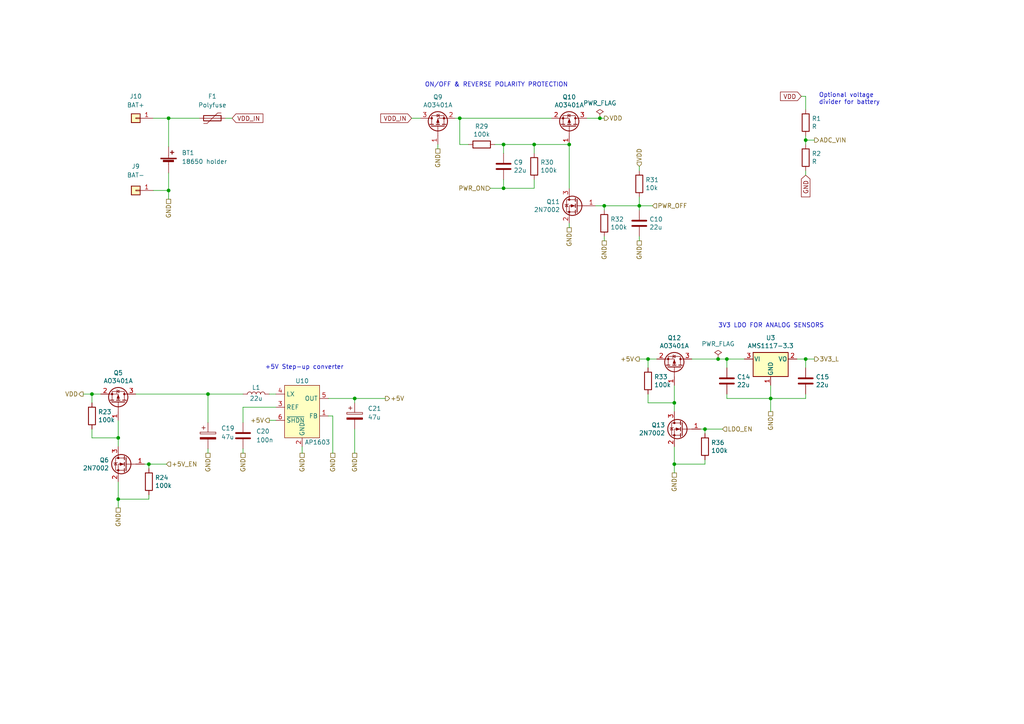
<source format=kicad_sch>
(kicad_sch (version 20211123) (generator eeschema)
  (paper "A4")
  (title_block (title "iotAirMonitoring") (rev "v1.0"))
  (lib_symbols
    (symbol "Connector_Generic:Conn_01x01" (pin_names (offset 1.016) hide)
      (property "Reference" "J" (at 0 2.54 0))
      (property "Value" "Conn_01x01" (at 0 -2.54 0))
      (symbol "Conn_01x01_1_1"
        (rectangle (start -1.27 0.127) (end 0 -0.127) (stroke (width 0.1524)))
        (rectangle (start -1.27 1.27) (end 1.27 -1.27) (stroke (width 0.254)) (fill (type background)))
        (pin passive line (at -5.08 0 0) (length 3.81) (name "Pin_1") (number "1"))
      )
    )
    (symbol "Device:Battery_Cell" (pin_numbers hide) (pin_names (offset 0) hide)
      (property "Reference" "BT" (at 2.54 2.54 0))
      (property "Value" "Battery_Cell" (at 2.54 0 0))
      (symbol "Battery_Cell_0_1"
        (rectangle (start -2.286 1.778) (end 2.286 1.524) (fill (type outline)))
        (rectangle (start -1.5748 1.1938) (end 1.4732 0.6858) (fill (type outline)))
        (polyline (pts (xy 0 0.762) (xy 0 0)))
        (polyline (pts (xy 0 1.778) (xy 0 2.54)))
        (polyline (pts (xy 0.508 3.429) (xy 1.524 3.429)) (stroke (width 0.254)))
        (polyline (pts (xy 1.016 3.937) (xy 1.016 2.921)) (stroke (width 0.254)))
      )
      (symbol "Battery_Cell_1_1"
        (pin passive line (at 0 5.08 270) (length 2.54) (name "+") (number "1"))
        (pin passive line (at 0 -2.54 90) (length 2.54) (name "-") (number "2"))
      )
    )
    (symbol "Device:C" (pin_numbers hide) (pin_names (offset 0.254))
      (property "Reference" "C" (at 0.635 2.54 0))
      (property "Value" "C" (at 0.635 -2.54 0))
      (symbol "C_0_1"
        (polyline (pts (xy -2.032 -0.762) (xy 2.032 -0.762)) (stroke (width 0.508)))
        (polyline (pts (xy -2.032 0.762) (xy 2.032 0.762)) (stroke (width 0.508)))
      )
      (symbol "C_1_1"
        (pin passive line (at 0 3.81 270) (length 2.794) (name "~") (number "1"))
        (pin passive line (at 0 -3.81 90) (length 2.794) (name "~") (number "2"))
      )
    )
    (symbol "Device:C_Polarized" (pin_numbers hide) (pin_names (offset 0.254))
      (property "Reference" "C" (at 0.635 2.54 0))
      (property "Value" "C_Polarized" (at 0.635 -2.54 0))
      (symbol "C_Polarized_0_1"
        (rectangle (start -2.286 0.508) (end 2.286 1.016))
        (polyline (pts (xy -1.778 2.286) (xy -0.762 2.286)))
        (polyline (pts (xy -1.27 2.794) (xy -1.27 1.778)))
        (rectangle (start 2.286 -0.508) (end -2.286 -1.016) (fill (type outline)))
      )
      (symbol "C_Polarized_1_1"
        (pin passive line (at 0 3.81 270) (length 2.794) (name "~") (number "1"))
        (pin passive line (at 0 -3.81 90) (length 2.794) (name "~") (number "2"))
      )
    )
    (symbol "Device:L" (pin_numbers hide) (pin_names (offset 1.016) hide)
      (property "Reference" "L" (at -1.27 0 90))
      (property "Value" "L" (at 1.905 0 90))
      (symbol "L_0_1"
        (arc (start 0 -2.54) (mid 0.635 -1.905) (end 0 -1.27))
        (arc (start 0 -1.27) (mid 0.635 -0.635) (end 0 0))
        (arc (start 0 0) (mid 0.635 0.635) (end 0 1.27))
        (arc (start 0 1.27) (mid 0.635 1.905) (end 0 2.54))
      )
      (symbol "L_1_1"
        (pin passive line (at 0 3.81 270) (length 1.27) (name "1") (number "1"))
        (pin passive line (at 0 -3.81 90) (length 1.27) (name "2") (number "2"))
      )
    )
    (symbol "Device:Polyfuse" (pin_numbers hide) (pin_names (offset 0))
      (property "Reference" "F" (at -2.54 0 90))
      (property "Value" "Polyfuse" (at 2.54 0 90))
      (symbol "Polyfuse_0_1"
        (rectangle (start -0.762 2.54) (end 0.762 -2.54) (stroke (width 0.254)))
        (polyline (pts (xy 0 2.54) (xy 0 -2.54)))
        (polyline (pts (xy -1.524 2.54) (xy -1.524 1.524) (xy 1.524 -1.524) (xy 1.524 -2.54)))
      )
      (symbol "Polyfuse_1_1"
        (pin passive line (at 0 3.81 270) (length 1.27) (name "~") (number "1"))
        (pin passive line (at 0 -3.81 90) (length 1.27) (name "~") (number "2"))
      )
    )
    (symbol "Device:Q_PMOS_GSD" (pin_names (offset 0) hide)
      (property "Reference" "Q" (at 5.08 1.27 0))
      (property "Value" "Q_PMOS_GSD" (at 5.08 -1.27 0))
      (symbol "Q_PMOS_GSD_0_1"
        (polyline (pts (xy 0.254 0) (xy -2.54 0)))
        (polyline (pts (xy 0.254 1.905) (xy 0.254 -1.905)) (stroke (width 0.254)))
        (polyline (pts (xy 0.762 -1.27) (xy 0.762 -2.286)) (stroke (width 0.254)))
        (polyline (pts (xy 0.762 0.508) (xy 0.762 -0.508)) (stroke (width 0.254)))
        (polyline (pts (xy 0.762 2.286) (xy 0.762 1.27)) (stroke (width 0.254)))
        (polyline (pts (xy 2.54 2.54) (xy 2.54 1.778)))
        (polyline (pts (xy 2.54 -2.54) (xy 2.54 0) (xy 0.762 0)))
        (polyline (pts (xy 0.762 1.778) (xy 3.302 1.778) (xy 3.302 -1.778) (xy 0.762 -1.778)))
        (polyline (pts (xy 2.286 0) (xy 1.27 0.381) (xy 1.27 -0.381) (xy 2.286 0)) (fill (type outline)))
        (polyline (pts (xy 2.794 -0.508) (xy 2.921 -0.381) (xy 3.683 -0.381) (xy 3.81 -0.254)))
        (polyline (pts (xy 3.302 -0.381) (xy 2.921 0.254) (xy 3.683 0.254) (xy 3.302 -0.381)))
        (circle (center 1.651 0) (radius 2.794) (stroke (width 0.254)))
        (circle (center 2.54 -1.778) (radius 0.254) (fill (type outline)))
        (circle (center 2.54 1.778) (radius 0.254) (fill (type outline)))
      )
      (symbol "Q_PMOS_GSD_1_1"
        (pin input line (at -5.08 0 0) (length 2.54) (name "G") (number "1"))
        (pin passive line (at 2.54 -5.08 90) (length 2.54) (name "S") (number "2"))
        (pin passive line (at 2.54 5.08 270) (length 2.54) (name "D") (number "3"))
      )
    )
    (symbol "Device:R" (pin_numbers hide) (pin_names (offset 0))
      (property "Reference" "R" (at 2.032 0 90))
      (property "Value" "R" (at 0 0 90))
      (symbol "R_0_1"
        (rectangle (start -1.016 -2.54) (end 1.016 2.54) (stroke (width 0.254)))
      )
      (symbol "R_1_1"
        (pin passive line (at 0 3.81 270) (length 1.27) (name "~") (number "1"))
        (pin passive line (at 0 -3.81 90) (length 1.27) (name "~") (number "2"))
      )
    )
    (symbol "Regulator_Linear:AMS1117-3.3" (pin_names (offset 0.254))
      (property "Reference" "U" (at -3.81 3.175 0))
      (property "Value" "AMS1117-3.3" (at 0 3.175 0))
      (symbol "AMS1117-3.3_0_1"
        (rectangle (start -5.08 -5.08) (end 5.08 1.905) (stroke (width 0.254)) (fill (type background)))
      )
      (symbol "AMS1117-3.3_1_1"
        (pin power_in line (at 0 -7.62 90) (length 2.54) (name "GND") (number "1"))
        (pin power_out line (at 7.62 0 180) (length 2.54) (name "VO") (number "2"))
        (pin power_in line (at -7.62 0 0) (length 2.54) (name "VI") (number "3"))
      )
    )
    (symbol "Transistor_FET:2N7002" (pin_names hide)
      (property "Reference" "Q" (at 5.08 1.905 0))
      (property "Value" "2N7002" (at 5.08 0 0))
      (symbol "2N7002_0_1"
        (polyline (pts (xy 0.254 0) (xy -2.54 0)))
        (polyline (pts (xy 0.254 1.905) (xy 0.254 -1.905)) (stroke (width 0.254)))
        (polyline (pts (xy 0.762 -1.27) (xy 0.762 -2.286)) (stroke (width 0.254)))
        (polyline (pts (xy 0.762 0.508) (xy 0.762 -0.508)) (stroke (width 0.254)))
        (polyline (pts (xy 0.762 2.286) (xy 0.762 1.27)) (stroke (width 0.254)))
        (polyline (pts (xy 2.54 2.54) (xy 2.54 1.778)))
        (polyline (pts (xy 2.54 -2.54) (xy 2.54 0) (xy 0.762 0)))
        (polyline (pts (xy 0.762 -1.778) (xy 3.302 -1.778) (xy 3.302 1.778) (xy 0.762 1.778)))
        (polyline (pts (xy 1.016 0) (xy 2.032 0.381) (xy 2.032 -0.381) (xy 1.016 0)) (fill (type outline)))
        (polyline (pts (xy 2.794 0.508) (xy 2.921 0.381) (xy 3.683 0.381) (xy 3.81 0.254)))
        (polyline (pts (xy 3.302 0.381) (xy 2.921 -0.254) (xy 3.683 -0.254) (xy 3.302 0.381)))
        (circle (center 1.651 0) (radius 2.794) (stroke (width 0.254)))
        (circle (center 2.54 -1.778) (radius 0.254) (fill (type outline)))
        (circle (center 2.54 1.778) (radius 0.254) (fill (type outline)))
      )
      (symbol "2N7002_1_1"
        (pin input line (at -5.08 0 0) (length 2.54) (name "G") (number "1"))
        (pin passive line (at 2.54 -5.08 90) (length 2.54) (name "S") (number "2"))
        (pin passive line (at 2.54 5.08 270) (length 2.54) (name "D") (number "3"))
      )
    )
    (symbol "mainBoard:AP1603"
      (property "Reference" "U" (at 0 8.89 0))
      (property "Value" "AP1603" (at 5.08 -8.89 0))
      (symbol "AP1603_0_1"
        (rectangle (start -5.08 7.62) (end 5.08 -7.62) (fill (type background)))
      )
      (symbol "AP1603_1_1"
        (pin input line (at 7.62 -1.27 180) (length 2.54) (name "FB") (number "1"))
        (pin input line (at 0 -10.16 90) (length 2.54) (name "GND") (number "2"))
        (pin input line (at -7.62 1.27 0) (length 2.54) (name "REF") (number "3"))
        (pin input line (at -7.62 5.08 0) (length 2.54) (name "LX") (number "4"))
        (pin input line (at 7.62 3.81 180) (length 2.54) (name "OUT") (number "5"))
        (pin input line (at -7.62 -2.54 0) (length 2.54) (name "~{SHDN}") (number "6"))
      )
    )
    (symbol "power:PWR_FLAG" (power) (pin_numbers hide) (pin_names (offset 0) hide)
      (property "Value" "PWR_FLAG" (at 0 3.81 0))
      (symbol "PWR_FLAG_0_0"
        (pin power_out line (at 0 0 90) (length 0) (name "pwr") (number "1"))
      )
      (symbol "PWR_FLAG_0_1"
        (polyline (pts (xy 0 0) (xy 0 1.27) (xy -1.016 1.905) (xy 0 2.54) (xy 1.016 1.905) (xy 0 1.27)))
      )
    )
  )
  (junction (at 223.52 115.57))
  (junction (at 165.1 41.91))
  (junction (at 48.895 34.29))
  (junction (at 173.99 34.29))
  (junction (at 233.68 104.14))
  (junction (at 233.68 40.64))
  (junction (at 102.87 115.57))
  (junction (at 210.82 104.14))
  (junction (at 175.26 59.69))
  (junction (at 187.96 104.14))
  (junction (at 146.05 54.61))
  (junction (at 195.58 134.62))
  (junction (at 60.325 114.3))
  (junction (at 43.18 134.62))
  (junction (at 185.42 59.69))
  (junction (at 146.05 41.91))
  (junction (at 26.67 114.3))
  (junction (at 34.29 127))
  (junction (at 195.58 116.84))
  (junction (at 48.895 55.245))
  (junction (at 34.29 144.78))
  (junction (at 208.28 104.14))
  (junction (at 133.35 34.29))
  (junction (at 154.94 41.91))
  (junction (at 204.47 124.46))
  (wire (pts (xy 204.47 124.46) (xy 204.47 125.73)))
  (wire (pts (xy 65.405 34.29) (xy 67.31 34.29)))
  (wire (pts (xy 185.42 104.14) (xy 187.96 104.14)))
  (wire (pts (xy 135.89 41.91) (xy 133.35 41.91)))
  (wire (pts (xy 154.94 52.07) (xy 154.94 54.61)))
  (wire (pts (xy 233.68 104.14) (xy 236.22 104.14)))
  (wire (pts (xy 210.82 106.68) (xy 210.82 104.14)))
  (wire (pts (xy 173.99 34.29) (xy 175.26 34.29)))
  (wire (pts (xy 210.82 104.14) (xy 215.9 104.14)))
  (wire (pts (xy 133.35 34.29) (xy 160.02 34.29)))
  (wire (pts (xy 185.42 59.69) (xy 185.42 60.96)))
  (wire (pts (xy 233.68 27.94) (xy 233.68 31.75)))
  (wire (pts (xy 96.52 120.65) (xy 96.52 131.445)))
  (wire (pts (xy 233.68 104.14) (xy 233.68 106.68)))
  (wire (pts (xy 102.87 124.46) (xy 102.87 131.445)))
  (wire (pts (xy 34.29 144.78) (xy 34.29 147.32)))
  (wire (pts (xy 95.25 120.65) (xy 96.52 120.65)))
  (wire (pts (xy 195.58 134.62) (xy 195.58 137.16)))
  (wire (pts (xy 233.68 40.64) (xy 236.22 40.64)))
  (wire (pts (xy 233.68 49.53) (xy 233.68 50.8)))
  (wire (pts (xy 44.45 55.245) (xy 48.895 55.245)))
  (wire (pts (xy 154.94 41.91) (xy 165.1 41.91)))
  (wire (pts (xy 39.37 114.3) (xy 60.325 114.3)))
  (wire (pts (xy 223.52 115.57) (xy 233.68 115.57)))
  (wire (pts (xy 146.05 41.91) (xy 154.94 41.91)))
  (wire (pts (xy 24.13 114.3) (xy 26.67 114.3)))
  (wire (pts (xy 232.41 27.94) (xy 233.68 27.94)))
  (wire (pts (xy 60.325 130.175) (xy 60.325 131.445)))
  (wire (pts (xy 78.105 121.92) (xy 80.01 121.92)))
  (wire (pts (xy 195.58 116.84) (xy 195.58 119.38)))
  (wire (pts (xy 172.72 59.69) (xy 175.26 59.69)))
  (wire (pts (xy 170.18 34.29) (xy 173.99 34.29)))
  (wire (pts (xy 195.58 134.62) (xy 204.47 134.62)))
  (wire (pts (xy 60.325 114.3) (xy 70.485 114.3)))
  (wire (pts (xy 60.325 122.555) (xy 60.325 114.3)))
  (wire (pts (xy 175.26 69.85) (xy 175.26 68.58)))
  (wire (pts (xy 87.63 129.54) (xy 87.63 131.445)))
  (wire (pts (xy 203.2 124.46) (xy 204.47 124.46)))
  (wire (pts (xy 187.96 114.3) (xy 187.96 116.84)))
  (wire (pts (xy 154.94 41.91) (xy 154.94 44.45)))
  (wire (pts (xy 195.58 111.76) (xy 195.58 116.84)))
  (wire (pts (xy 146.05 54.61) (xy 142.24 54.61)))
  (wire (pts (xy 48.895 55.245) (xy 48.895 57.785)))
  (wire (pts (xy 34.29 144.78) (xy 43.18 144.78)))
  (wire (pts (xy 70.485 130.175) (xy 70.485 131.445)))
  (wire (pts (xy 185.42 49.53) (xy 185.42 48.26)))
  (wire (pts (xy 102.87 115.57) (xy 102.87 116.84)))
  (wire (pts (xy 233.68 115.57) (xy 233.68 114.3)))
  (wire (pts (xy 233.68 40.64) (xy 233.68 41.91)))
  (wire (pts (xy 121.92 34.29) (xy 119.38 34.29)))
  (wire (pts (xy 175.26 59.69) (xy 185.42 59.69)))
  (wire (pts (xy 233.68 39.37) (xy 233.68 40.64)))
  (wire (pts (xy 210.82 115.57) (xy 223.52 115.57)))
  (wire (pts (xy 44.45 34.29) (xy 48.895 34.29)))
  (wire (pts (xy 165.1 54.61) (xy 165.1 41.91)))
  (wire (pts (xy 133.35 41.91) (xy 133.35 34.29)))
  (wire (pts (xy 187.96 104.14) (xy 190.5 104.14)))
  (wire (pts (xy 95.25 115.57) (xy 102.87 115.57)))
  (wire (pts (xy 154.94 54.61) (xy 146.05 54.61)))
  (wire (pts (xy 102.87 115.57) (xy 111.76 115.57)))
  (wire (pts (xy 223.52 111.76) (xy 223.52 115.57)))
  (wire (pts (xy 34.29 139.7) (xy 34.29 144.78)))
  (wire (pts (xy 185.42 59.69) (xy 185.42 57.15)))
  (wire (pts (xy 43.18 134.62) (xy 48.26 134.62)))
  (wire (pts (xy 26.67 127) (xy 34.29 127)))
  (wire (pts (xy 41.91 134.62) (xy 43.18 134.62)))
  (wire (pts (xy 43.18 134.62) (xy 43.18 135.89)))
  (wire (pts (xy 187.96 104.14) (xy 187.96 106.68)))
  (wire (pts (xy 146.05 52.07) (xy 146.05 54.61)))
  (wire (pts (xy 187.96 116.84) (xy 195.58 116.84)))
  (wire (pts (xy 132.08 34.29) (xy 133.35 34.29)))
  (wire (pts (xy 43.18 144.78) (xy 43.18 143.51)))
  (wire (pts (xy 26.67 114.3) (xy 29.21 114.3)))
  (wire (pts (xy 34.29 127) (xy 34.29 129.54)))
  (wire (pts (xy 34.29 121.92) (xy 34.29 127)))
  (wire (pts (xy 208.28 104.14) (xy 210.82 104.14)))
  (wire (pts (xy 78.105 114.3) (xy 80.01 114.3)))
  (wire (pts (xy 204.47 134.62) (xy 204.47 133.35)))
  (wire (pts (xy 185.42 69.85) (xy 185.42 68.58)))
  (wire (pts (xy 143.51 41.91) (xy 146.05 41.91)))
  (wire (pts (xy 195.58 129.54) (xy 195.58 134.62)))
  (wire (pts (xy 48.895 34.29) (xy 48.895 42.545)))
  (wire (pts (xy 200.66 104.14) (xy 208.28 104.14)))
  (wire (pts (xy 127 43.18) (xy 127 41.91)))
  (wire (pts (xy 223.52 115.57) (xy 223.52 119.38)))
  (wire (pts (xy 231.14 104.14) (xy 233.68 104.14)))
  (wire (pts (xy 70.485 122.555) (xy 70.485 118.11)))
  (wire (pts (xy 146.05 44.45) (xy 146.05 41.91)))
  (wire (pts (xy 57.785 34.29) (xy 48.895 34.29)))
  (wire (pts (xy 26.67 124.46) (xy 26.67 127)))
  (wire (pts (xy 48.895 50.165) (xy 48.895 55.245)))
  (wire (pts (xy 210.82 114.3) (xy 210.82 115.57)))
  (wire (pts (xy 204.47 124.46) (xy 209.55 124.46)))
  (wire (pts (xy 165.1 66.04) (xy 165.1 64.77)))
  (wire (pts (xy 26.67 114.3) (xy 26.67 116.84)))
  (wire (pts (xy 70.485 118.11) (xy 80.01 118.11)))
  (wire (pts (xy 185.42 59.69) (xy 189.23 59.69)))
  (wire (pts (xy 175.26 59.69) (xy 175.26 60.96)))
  (text "Optional voltage\ndivider for battery" (at 237.49 30.48 0) (effects (font (size 1.27 1.27)) (justify left bottom)))
  (text "+5V Step-up converter" (at 76.835 107.315 0) (effects (font (size 1.27 1.27)) (justify left bottom)))
  (text "ON/OFF & REVERSE POLARITY PROTECTION" (at 123.19 25.4 0) (effects (font (size 1.27 1.27)) (justify left bottom)))
  (text "3V3 LDO FOR ANALOG SENSORS" (at 208.28 95.25 0) (effects (font (size 1.27 1.27)) (justify left bottom)))
  (global_label "VDD_IN" (shape input) (at 119.38 34.29 180) (property "Intersheet References" "${INTERSHEET_REFS}" (effects hide)))
  (global_label "VDD_IN" (shape input) (at 67.31 34.29 0) (property "Intersheet References" "${INTERSHEET_REFS}" (effects hide)))
  (global_label "VDD" (shape input) (at 232.41 27.94 180) (property "Intersheet References" "${INTERSHEET_REFS}" (effects hide)))
  (global_label "GND" (shape input) (at 233.68 50.8 270) (property "Intersheet References" "${INTERSHEET_REFS}" (effects hide)))
  (hierarchical_label "VDD" (shape input) (at 185.42 48.26 90))
  (hierarchical_label "ADC_VIN" (shape output) (at 236.22 40.64 0))
  (hierarchical_label "GND" (shape passive) (at 185.42 69.85 270))
  (hierarchical_label "LDO_EN" (shape input) (at 209.55 124.46 0))
  (hierarchical_label "3V3_L" (shape output) (at 236.22 104.14 0))
  (hierarchical_label "VDD" (shape output) (at 175.26 34.29 0))
  (hierarchical_label "+5V" (shape output) (at 111.76 115.57 0))
  (hierarchical_label "+5V" (shape output) (at 185.42 104.14 180))
  (hierarchical_label "GND" (shape passive) (at 195.58 137.16 270))
  (hierarchical_label "VDD" (shape output) (at 24.13 114.3 180))
  (hierarchical_label "GND" (shape passive) (at 34.29 147.32 270))
  (hierarchical_label "GND" (shape passive) (at 48.895 57.785 270))
  (hierarchical_label "+5V_EN" (shape input) (at 48.26 134.62 0))
  (hierarchical_label "GND" (shape passive) (at 165.1 66.04 270))
  (hierarchical_label "GND" (shape passive) (at 96.52 131.445 270))
  (hierarchical_label "GND" (shape passive) (at 87.63 131.445 270))
  (hierarchical_label "PWR_OFF" (shape input) (at 189.23 59.69 0))
  (hierarchical_label "GND" (shape passive) (at 127 43.18 270))
  (hierarchical_label "GND" (shape passive) (at 70.485 131.445 270))
  (hierarchical_label "GND" (shape passive) (at 175.26 69.85 270))
  (hierarchical_label "GND" (shape passive) (at 223.52 119.38 270))
  (hierarchical_label "GND" (shape passive) (at 102.87 131.445 270))
  (hierarchical_label "+5V" (shape output) (at 78.105 121.92 180))
  (hierarchical_label "GND" (shape passive) (at 60.325 131.445 270))
  (hierarchical_label "PWR_ON" (shape input) (at 142.24 54.61 180))
  (symbol (lib_id "Device:R") (at 139.7 41.91 270) (unit 1)
    (property "Reference" "R29" (at 139.7 36.6522 90))
    (property "Value" "100k" (at 139.7 38.9636 90))
    (property "Footprint" "Resistor_SMD:R_0805_2012Metric" (effects hide))
    (property "LCSC" "C25741" (effects hide))
  )
  (symbol (lib_id "Device:C") (at 146.05 48.26 0) (unit 1)
    (property "Reference" "C9" (at 148.971 47.0916 0) (effects (justify left)))
    (property "Value" "22u" (at 148.971 49.403 0) (effects (justify left)))
    (property "Footprint" "Capacitor_SMD:C_0805_2012Metric" (effects hide))
    (property "LCSC" "C45783" (effects hide))
  )
  (symbol (lib_id "Device:R") (at 154.94 48.26 0) (unit 1)
    (property "Reference" "R30" (at 156.718 47.0916 0) (effects (justify left)))
    (property "Value" "100k" (at 156.718 49.403 0) (effects (justify left)))
    (property "Footprint" "Resistor_SMD:R_0805_2012Metric" (effects hide))
    (property "LCSC" "C25741" (effects hide))
  )
  (symbol (lib_id "Transistor_FET:2N7002") (at 167.64 59.69 0) (mirror y) (unit 1)
    (property "Reference" "Q11" (at 162.433 58.5216 0) (effects (justify left)))
    (property "Value" "2N7002" (at 162.433 60.833 0) (effects (justify left)))
    (property "Footprint" "Package_TO_SOT_SMD:SOT-23" (effects hide))
    (property "Datasheet" "https://www.fairchildsemi.com/datasheets/2N/2N7002.pdf" (effects hide))
    (property "LCSC" "C8545" (effects hide))
    (property "JLCPCB_CORRECTIONS" "0;0;180" (effects hide))
  )
  (symbol (lib_id "Device:R") (at 175.26 64.77 0) (unit 1)
    (property "Reference" "R32" (at 177.038 63.6016 0) (effects (justify left)))
    (property "Value" "100k" (at 177.038 65.913 0) (effects (justify left)))
    (property "Footprint" "Resistor_SMD:R_0805_2012Metric" (effects hide))
    (property "LCSC" "C25741" (effects hide))
  )
  (symbol (lib_id "Device:C") (at 185.42 64.77 0) (unit 1)
    (property "Reference" "C10" (at 188.341 63.6016 0) (effects (justify left)))
    (property "Value" "22u" (at 188.341 65.913 0) (effects (justify left)))
    (property "Footprint" "Capacitor_SMD:C_0805_2012Metric" (effects hide))
    (property "LCSC" "C45783" (effects hide))
  )
  (symbol (lib_id "Device:R") (at 185.42 53.34 0) (unit 1)
    (property "Reference" "R31" (at 187.198 52.1716 0) (effects (justify left)))
    (property "Value" "10k" (at 187.198 54.483 0) (effects (justify left)))
    (property "Footprint" "Resistor_SMD:R_0805_2012Metric" (effects hide))
    (property "LCSC" "C25744" (effects hide))
  )
  (symbol (lib_id "Device:Q_PMOS_GSD") (at 127 36.83 90) (unit 1)
    (property "Reference" "Q9" (at 127 28.1432 90))
    (property "Value" "AO3401A" (at 127 30.4546 90))
    (property "Footprint" "Package_TO_SOT_SMD:SOT-23" (effects hide))
    (property "Datasheet" "https://datasheet.lcsc.com/lcsc/1810171817_Alpha-&-Omega-Semicon-AO3401A_C15127.pdf" (effects hide))
    (property "LCSC" "C15127" (effects hide))
    (property "JLCPCB_CORRECTIONS" "0;0;180" (effects hide))
  )
  (symbol (lib_id "Device:Q_PMOS_GSD") (at 165.1 36.83 270) (mirror x) (unit 1)
    (property "Reference" "Q10" (at 165.1 28.1432 90))
    (property "Value" "AO3401A" (at 165.1 30.4546 90))
    (property "Footprint" "Package_TO_SOT_SMD:SOT-23" (effects hide))
    (property "Datasheet" "https://datasheet.lcsc.com/lcsc/1810171817_Alpha-&-Omega-Semicon-AO3401A_C15127.pdf" (effects hide))
    (property "LCSC" "C15127" (effects hide))
    (property "JLCPCB_CORRECTIONS" "0;0;180" (effects hide))
  )
  (symbol (lib_id "Regulator_Linear:AMS1117-3.3") (at 223.52 104.14 0) (unit 1)
    (property "Reference" "U3" (at 223.52 97.9932 0))
    (property "Value" "AMS1117-3.3" (at 223.52 100.3046 0))
    (property "Footprint" "Package_TO_SOT_SMD:SOT-223-3_TabPin2" (effects hide))
    (property "Datasheet" "http://www.advanced-monolithic.com/pdf/ds1117.pdf" (effects hide))
    (property "LCSC" "C6186" (effects hide))
    (property "JLCPCB_CORRECTIONS" "0;0;180" (effects hide))
  )
  (symbol (lib_id "Device:C") (at 233.68 110.49 0) (unit 1)
    (property "Reference" "C15" (at 236.601 109.3216 0) (effects (justify left)))
    (property "Value" "22u" (at 236.601 111.633 0) (effects (justify left)))
    (property "Footprint" "Capacitor_SMD:C_0805_2012Metric" (effects hide))
    (property "LCSC" "C45783" (effects hide))
  )
  (symbol (lib_id "Device:C") (at 210.82 110.49 0) (unit 1)
    (property "Reference" "C14" (at 213.741 109.3216 0) (effects (justify left)))
    (property "Value" "22u" (at 213.741 111.633 0) (effects (justify left)))
    (property "Footprint" "Capacitor_SMD:C_0805_2012Metric" (effects hide))
    (property "LCSC" "C45783" (effects hide))
  )
  (symbol (lib_id "power:PWR_FLAG") (at 173.99 34.29 0) (unit 1)
    (property "Reference" "#FLG01" (effects hide))
    (property "Value" "PWR_FLAG" (at 173.99 29.8958 0))
  )
  (symbol (lib_id "Transistor_FET:2N7002") (at 198.12 124.46 0) (mirror y) (unit 1)
    (property "Reference" "Q13" (at 192.913 123.2916 0) (effects (justify left)))
    (property "Value" "2N7002" (at 192.913 125.603 0) (effects (justify left)))
    (property "Footprint" "Package_TO_SOT_SMD:SOT-23" (effects hide))
    (property "Datasheet" "https://www.fairchildsemi.com/datasheets/2N/2N7002.pdf" (effects hide))
    (property "LCSC" "C8545" (effects hide))
    (property "JLCPCB_CORRECTIONS" "0;0;180" (effects hide))
  )
  (symbol (lib_id "Device:Q_PMOS_GSD") (at 195.58 106.68 270) (mirror x) (unit 1)
    (property "Reference" "Q12" (at 195.58 97.9932 90))
    (property "Value" "AO3401A" (at 195.58 100.3046 90))
    (property "Footprint" "Package_TO_SOT_SMD:SOT-23" (effects hide))
    (property "Datasheet" "https://datasheet.lcsc.com/lcsc/1810171817_Alpha-&-Omega-Semicon-AO3401A_C15127.pdf" (effects hide))
    (property "LCSC" "C15127" (effects hide))
    (property "JLCPCB_CORRECTIONS" "0;0;180" (effects hide))
  )
  (symbol (lib_id "Device:R") (at 187.96 110.49 0) (unit 1)
    (property "Reference" "R33" (at 189.738 109.3216 0) (effects (justify left)))
    (property "Value" "100k" (at 189.738 111.633 0) (effects (justify left)))
    (property "Footprint" "Resistor_SMD:R_0805_2012Metric" (effects hide))
    (property "LCSC" "C25741" (effects hide))
  )
  (symbol (lib_id "Device:R") (at 204.47 129.54 0) (unit 1)
    (property "Reference" "R36" (at 206.248 128.3716 0) (effects (justify left)))
    (property "Value" "100k" (at 206.248 130.683 0) (effects (justify left)))
    (property "Footprint" "Resistor_SMD:R_0805_2012Metric" (effects hide))
    (property "LCSC" "C25741" (effects hide))
  )
  (symbol (lib_id "Device:R") (at 233.68 35.56 0) (unit 1)
    (property "Reference" "R1" (at 235.458 34.3916 0) (effects (justify left)))
    (property "Value" "R" (at 235.458 36.703 0) (effects (justify left)))
    (property "Footprint" "Resistor_SMD:R_0805_2012Metric_Pad1.20x1.40mm_HandSolder" (effects hide))
  )
  (symbol (lib_id "Device:R") (at 233.68 45.72 0) (unit 1)
    (property "Reference" "R2" (at 235.458 44.5516 0) (effects (justify left)))
    (property "Value" "R" (at 235.458 46.863 0) (effects (justify left)))
    (property "Footprint" "Resistor_SMD:R_0805_2012Metric_Pad1.20x1.40mm_HandSolder" (effects hide))
  )
  (symbol (lib_id "power:PWR_FLAG") (at 208.28 104.14 0) (unit 1)
    (property "Reference" "#FLG0102" (effects hide))
    (property "Value" "PWR_FLAG" (at 208.28 99.7458 0))
  )
  (symbol (lib_id "Transistor_FET:2N7002") (at 36.83 134.62 0) (mirror y) (unit 1)
    (property "Reference" "Q6" (at 31.623 133.4516 0) (effects (justify left)))
    (property "Value" "2N7002" (at 31.623 135.763 0) (effects (justify left)))
    (property "Footprint" "Package_TO_SOT_SMD:SOT-23" (effects hide))
    (property "Datasheet" "https://www.fairchildsemi.com/datasheets/2N/2N7002.pdf" (effects hide))
    (property "LCSC" "C8545" (effects hide))
    (property "JLCPCB_CORRECTIONS" "0;0;180" (effects hide))
  )
  (symbol (lib_id "Device:Q_PMOS_GSD") (at 34.29 116.84 270) (mirror x) (unit 1)
    (property "Reference" "Q5" (at 34.29 108.1532 90))
    (property "Value" "AO3401A" (at 34.29 110.4646 90))
    (property "Footprint" "Package_TO_SOT_SMD:SOT-23" (effects hide))
    (property "Datasheet" "https://datasheet.lcsc.com/lcsc/1810171817_Alpha-&-Omega-Semicon-AO3401A_C15127.pdf" (effects hide))
    (property "LCSC" "C15127" (effects hide))
    (property "JLCPCB_CORRECTIONS" "0;0;180" (effects hide))
  )
  (symbol (lib_id "Connector_Generic:Conn_01x01") (at 39.37 34.29 180) (unit 1)
    (property "Reference" "J10" (at 39.37 27.94 0))
    (property "Value" "BAT+" (at 39.37 30.48 0))
    (property "Footprint" "mainBoard:2mm_Banana-Socket" (effects hide))
  )
  (symbol (lib_id "Device:C_Polarized") (at 102.87 120.65 0) (unit 1)
    (property "Reference" "C21" (at 106.68 118.4909 0) (effects (justify left)))
    (property "Value" "47u" (at 106.68 121.0309 0) (effects (justify left)))
    (property "Footprint" "Capacitor_SMD:CP_Elec_6.3x7.7" (effects hide))
  )
  (symbol (lib_id "Device:C_Polarized") (at 60.325 126.365 0) (unit 1)
    (property "Reference" "C19" (at 64.135 124.2059 0) (effects (justify left)))
    (property "Value" "47u" (at 64.135 126.7459 0) (effects (justify left)))
    (property "Footprint" "Capacitor_SMD:CP_Elec_6.3x7.7" (effects hide))
  )
  (symbol (lib_id "Device:Polyfuse") (at 61.595 34.29 90) (unit 1)
    (property "Reference" "F1" (at 61.595 27.94 90))
    (property "Value" "Polyfuse" (at 61.595 30.48 90))
    (property "Footprint" "Fuse:Fuse_1812_4532Metric_Pad1.30x3.40mm_HandSolder" (effects hide))
  )
  (symbol (lib_id "Connector_Generic:Conn_01x01") (at 39.37 55.245 180) (unit 1)
    (property "Reference" "J9" (at 39.37 48.26 0))
    (property "Value" "BAT-" (at 39.37 50.8 0))
    (property "Footprint" "mainBoard:2mm_Banana-Socket" (effects hide))
  )
  (symbol (lib_id "Device:C") (at 70.485 126.365 0) (unit 1)
    (property "Reference" "C20" (at 74.295 125.0949 0) (effects (justify left)))
    (property "Value" "100n" (at 74.295 127.6349 0) (effects (justify left)))
    (property "Footprint" "Capacitor_SMD:C_0603_1608Metric" (effects hide))
  )
  (symbol (lib_id "Device:R") (at 43.18 139.7 0) (unit 1)
    (property "Reference" "R24" (at 44.958 138.5316 0) (effects (justify left)))
    (property "Value" "100k" (at 44.958 140.843 0) (effects (justify left)))
    (property "Footprint" "Resistor_SMD:R_0805_2012Metric" (effects hide))
    (property "LCSC" "C25741" (effects hide))
  )
  (symbol (lib_id "Device:L") (at 74.295 114.3 90) (unit 1)
    (property "Reference" "L1" (at 74.295 112.395 90))
    (property "Value" "22u" (at 74.295 115.57 90))
    (property "Footprint" "Inductor_SMD:L_Coilcraft_LPS4018" (effects hide))
    (property "Datasheet" "https://www.tme.eu/Document/20a4c60791ec529972b7bca1f08272cf/DJNR%204018-SERIES-S.pdf" (effects hide))
    (property "TME" "DJNR4018-220-S" (effects hide))
  )
  (symbol (lib_id "Device:Battery_Cell") (at 48.895 47.625 0) (unit 1)
    (property "Reference" "BT1" (at 52.705 44.3229 0) (effects (justify left)))
    (property "Value" "18650 holder" (at 52.705 46.8629 0) (effects (justify left)))
    (property "Footprint" "Connector_JST:JST_XH_B2B-XH-A_1x02_P2.50mm_Vertical" (effects hide))
  )
  (symbol (lib_id "mainBoard:AP1603") (at 87.63 119.38 0) (unit 1)
    (property "Reference" "U10" (at 87.63 110.49 0))
    (property "Value" "AP1603" (at 92.075 128.27 0))
    (property "Footprint" "Package_TO_SOT_SMD:SOT-23-6_Handsoldering" (effects hide))
    (property "Datasheet" "https://www.tme.eu/Document/3ad0bf81fd35619d65908fe8fa84f929/AP1603x-DTE.pdf" (effects hide))
  )
  (symbol (lib_id "Device:R") (at 26.67 120.65 0) (unit 1)
    (property "Reference" "R23" (at 28.448 119.4816 0) (effects (justify left)))
    (property "Value" "100k" (at 28.448 121.793 0) (effects (justify left)))
    (property "Footprint" "Resistor_SMD:R_0805_2012Metric" (effects hide))
    (property "LCSC" "C25741" (effects hide))
  )
)
</source>
